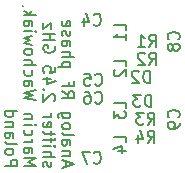
<source format=gbo>
G04 #@! TF.GenerationSoftware,KiCad,Pcbnew,(6.0.9)*
G04 #@! TF.CreationDate,2022-12-03T14:04:53+01:00*
G04 #@! TF.ProjectId,rf_phase_shifter_2_45GHz,72665f70-6861-4736-955f-736869667465,1.0.0*
G04 #@! TF.SameCoordinates,Original*
G04 #@! TF.FileFunction,Legend,Bot*
G04 #@! TF.FilePolarity,Positive*
%FSLAX46Y46*%
G04 Gerber Fmt 4.6, Leading zero omitted, Abs format (unit mm)*
G04 Created by KiCad (PCBNEW (6.0.9)) date 2022-12-03 14:04:53*
%MOMM*%
%LPD*%
G01*
G04 APERTURE LIST*
%ADD10C,0.150000*%
%ADD11R,1.600000X5.000000*%
%ADD12R,5.000000X1.600000*%
G04 APERTURE END LIST*
D10*
X84544333Y-63720023D02*
X84544333Y-63243833D01*
X84258619Y-63815261D02*
X85258619Y-63481928D01*
X84258619Y-63148595D01*
X84925285Y-62815261D02*
X84258619Y-62815261D01*
X84830047Y-62815261D02*
X84877666Y-62767642D01*
X84925285Y-62672404D01*
X84925285Y-62529547D01*
X84877666Y-62434309D01*
X84782428Y-62386690D01*
X84258619Y-62386690D01*
X84258619Y-61481928D02*
X84782428Y-61481928D01*
X84877666Y-61529547D01*
X84925285Y-61624785D01*
X84925285Y-61815261D01*
X84877666Y-61910500D01*
X84306238Y-61481928D02*
X84258619Y-61577166D01*
X84258619Y-61815261D01*
X84306238Y-61910500D01*
X84401476Y-61958119D01*
X84496714Y-61958119D01*
X84591952Y-61910500D01*
X84639571Y-61815261D01*
X84639571Y-61577166D01*
X84687190Y-61481928D01*
X84258619Y-60862880D02*
X84306238Y-60958119D01*
X84401476Y-61005738D01*
X85258619Y-61005738D01*
X84258619Y-60339071D02*
X84306238Y-60434309D01*
X84353857Y-60481928D01*
X84449095Y-60529547D01*
X84734809Y-60529547D01*
X84830047Y-60481928D01*
X84877666Y-60434309D01*
X84925285Y-60339071D01*
X84925285Y-60196214D01*
X84877666Y-60100976D01*
X84830047Y-60053357D01*
X84734809Y-60005738D01*
X84449095Y-60005738D01*
X84353857Y-60053357D01*
X84306238Y-60100976D01*
X84258619Y-60196214D01*
X84258619Y-60339071D01*
X84925285Y-59148595D02*
X84115761Y-59148595D01*
X84020523Y-59196214D01*
X83972904Y-59243833D01*
X83925285Y-59339071D01*
X83925285Y-59481928D01*
X83972904Y-59577166D01*
X84306238Y-59148595D02*
X84258619Y-59243833D01*
X84258619Y-59434309D01*
X84306238Y-59529547D01*
X84353857Y-59577166D01*
X84449095Y-59624785D01*
X84734809Y-59624785D01*
X84830047Y-59577166D01*
X84877666Y-59529547D01*
X84925285Y-59434309D01*
X84925285Y-59243833D01*
X84877666Y-59148595D01*
X84258619Y-57339071D02*
X84734809Y-57672404D01*
X84258619Y-57910500D02*
X85258619Y-57910500D01*
X85258619Y-57529547D01*
X85211000Y-57434309D01*
X85163380Y-57386690D01*
X85068142Y-57339071D01*
X84925285Y-57339071D01*
X84830047Y-57386690D01*
X84782428Y-57434309D01*
X84734809Y-57529547D01*
X84734809Y-57910500D01*
X84782428Y-56577166D02*
X84782428Y-56910500D01*
X84258619Y-56910500D02*
X85258619Y-56910500D01*
X85258619Y-56434309D01*
X84925285Y-55291452D02*
X83925285Y-55291452D01*
X84877666Y-55291452D02*
X84925285Y-55196214D01*
X84925285Y-55005738D01*
X84877666Y-54910500D01*
X84830047Y-54862880D01*
X84734809Y-54815261D01*
X84449095Y-54815261D01*
X84353857Y-54862880D01*
X84306238Y-54910500D01*
X84258619Y-55005738D01*
X84258619Y-55196214D01*
X84306238Y-55291452D01*
X84258619Y-54386690D02*
X85258619Y-54386690D01*
X84258619Y-53958119D02*
X84782428Y-53958119D01*
X84877666Y-54005738D01*
X84925285Y-54100976D01*
X84925285Y-54243833D01*
X84877666Y-54339071D01*
X84830047Y-54386690D01*
X84258619Y-53053357D02*
X84782428Y-53053357D01*
X84877666Y-53100976D01*
X84925285Y-53196214D01*
X84925285Y-53386690D01*
X84877666Y-53481928D01*
X84306238Y-53053357D02*
X84258619Y-53148595D01*
X84258619Y-53386690D01*
X84306238Y-53481928D01*
X84401476Y-53529547D01*
X84496714Y-53529547D01*
X84591952Y-53481928D01*
X84639571Y-53386690D01*
X84639571Y-53148595D01*
X84687190Y-53053357D01*
X84306238Y-52624785D02*
X84258619Y-52529547D01*
X84258619Y-52339071D01*
X84306238Y-52243833D01*
X84401476Y-52196214D01*
X84449095Y-52196214D01*
X84544333Y-52243833D01*
X84591952Y-52339071D01*
X84591952Y-52481928D01*
X84639571Y-52577166D01*
X84734809Y-52624785D01*
X84782428Y-52624785D01*
X84877666Y-52577166D01*
X84925285Y-52481928D01*
X84925285Y-52339071D01*
X84877666Y-52243833D01*
X84306238Y-51386690D02*
X84258619Y-51481928D01*
X84258619Y-51672404D01*
X84306238Y-51767642D01*
X84401476Y-51815261D01*
X84782428Y-51815261D01*
X84877666Y-51767642D01*
X84925285Y-51672404D01*
X84925285Y-51481928D01*
X84877666Y-51386690D01*
X84782428Y-51339071D01*
X84687190Y-51339071D01*
X84591952Y-51815261D01*
X82696238Y-63720023D02*
X82648619Y-63624785D01*
X82648619Y-63434309D01*
X82696238Y-63339071D01*
X82791476Y-63291452D01*
X82839095Y-63291452D01*
X82934333Y-63339071D01*
X82981952Y-63434309D01*
X82981952Y-63577166D01*
X83029571Y-63672404D01*
X83124809Y-63720023D01*
X83172428Y-63720023D01*
X83267666Y-63672404D01*
X83315285Y-63577166D01*
X83315285Y-63434309D01*
X83267666Y-63339071D01*
X82648619Y-62862880D02*
X83648619Y-62862880D01*
X82648619Y-62434309D02*
X83172428Y-62434309D01*
X83267666Y-62481928D01*
X83315285Y-62577166D01*
X83315285Y-62720023D01*
X83267666Y-62815261D01*
X83220047Y-62862880D01*
X82648619Y-61958119D02*
X83315285Y-61958119D01*
X83648619Y-61958119D02*
X83601000Y-62005738D01*
X83553380Y-61958119D01*
X83601000Y-61910500D01*
X83648619Y-61958119D01*
X83553380Y-61958119D01*
X83315285Y-61624785D02*
X83315285Y-61243833D01*
X82648619Y-61481928D02*
X83505761Y-61481928D01*
X83601000Y-61434309D01*
X83648619Y-61339071D01*
X83648619Y-61243833D01*
X83315285Y-61053357D02*
X83315285Y-60672404D01*
X83648619Y-60910500D02*
X82791476Y-60910500D01*
X82696238Y-60862880D01*
X82648619Y-60767642D01*
X82648619Y-60672404D01*
X82696238Y-59958119D02*
X82648619Y-60053357D01*
X82648619Y-60243833D01*
X82696238Y-60339071D01*
X82791476Y-60386690D01*
X83172428Y-60386690D01*
X83267666Y-60339071D01*
X83315285Y-60243833D01*
X83315285Y-60053357D01*
X83267666Y-59958119D01*
X83172428Y-59910500D01*
X83077190Y-59910500D01*
X82981952Y-60386690D01*
X82648619Y-59481928D02*
X83315285Y-59481928D01*
X83124809Y-59481928D02*
X83220047Y-59434309D01*
X83267666Y-59386690D01*
X83315285Y-59291452D01*
X83315285Y-59196214D01*
X83553380Y-58148595D02*
X83601000Y-58100976D01*
X83648619Y-58005738D01*
X83648619Y-57767642D01*
X83601000Y-57672404D01*
X83553380Y-57624785D01*
X83458142Y-57577166D01*
X83362904Y-57577166D01*
X83220047Y-57624785D01*
X82648619Y-58196214D01*
X82648619Y-57577166D01*
X82743857Y-57148595D02*
X82696238Y-57100976D01*
X82648619Y-57148595D01*
X82696238Y-57196214D01*
X82743857Y-57148595D01*
X82648619Y-57148595D01*
X83315285Y-56243833D02*
X82648619Y-56243833D01*
X83696238Y-56481928D02*
X82981952Y-56720023D01*
X82981952Y-56100976D01*
X83648619Y-55243833D02*
X83648619Y-55720023D01*
X83172428Y-55767642D01*
X83220047Y-55720023D01*
X83267666Y-55624785D01*
X83267666Y-55386690D01*
X83220047Y-55291452D01*
X83172428Y-55243833D01*
X83077190Y-55196214D01*
X82839095Y-55196214D01*
X82743857Y-55243833D01*
X82696238Y-55291452D01*
X82648619Y-55386690D01*
X82648619Y-55624785D01*
X82696238Y-55720023D01*
X82743857Y-55767642D01*
X83601000Y-53481928D02*
X83648619Y-53577166D01*
X83648619Y-53720023D01*
X83601000Y-53862880D01*
X83505761Y-53958119D01*
X83410523Y-54005738D01*
X83220047Y-54053357D01*
X83077190Y-54053357D01*
X82886714Y-54005738D01*
X82791476Y-53958119D01*
X82696238Y-53862880D01*
X82648619Y-53720023D01*
X82648619Y-53624785D01*
X82696238Y-53481928D01*
X82743857Y-53434309D01*
X83077190Y-53434309D01*
X83077190Y-53624785D01*
X82648619Y-53005738D02*
X83648619Y-53005738D01*
X83172428Y-53005738D02*
X83172428Y-52434309D01*
X82648619Y-52434309D02*
X83648619Y-52434309D01*
X83315285Y-52053357D02*
X83315285Y-51529547D01*
X82648619Y-52053357D01*
X82648619Y-51529547D01*
X81038619Y-63672404D02*
X82038619Y-63672404D01*
X81324333Y-63339071D01*
X82038619Y-63005738D01*
X81038619Y-63005738D01*
X81038619Y-62100976D02*
X81562428Y-62100976D01*
X81657666Y-62148595D01*
X81705285Y-62243833D01*
X81705285Y-62434309D01*
X81657666Y-62529547D01*
X81086238Y-62100976D02*
X81038619Y-62196214D01*
X81038619Y-62434309D01*
X81086238Y-62529547D01*
X81181476Y-62577166D01*
X81276714Y-62577166D01*
X81371952Y-62529547D01*
X81419571Y-62434309D01*
X81419571Y-62196214D01*
X81467190Y-62100976D01*
X81038619Y-61624785D02*
X81705285Y-61624785D01*
X81514809Y-61624785D02*
X81610047Y-61577166D01*
X81657666Y-61529547D01*
X81705285Y-61434309D01*
X81705285Y-61339071D01*
X81086238Y-60577166D02*
X81038619Y-60672404D01*
X81038619Y-60862880D01*
X81086238Y-60958119D01*
X81133857Y-61005738D01*
X81229095Y-61053357D01*
X81514809Y-61053357D01*
X81610047Y-61005738D01*
X81657666Y-60958119D01*
X81705285Y-60862880D01*
X81705285Y-60672404D01*
X81657666Y-60577166D01*
X81038619Y-60148595D02*
X81705285Y-60148595D01*
X82038619Y-60148595D02*
X81991000Y-60196214D01*
X81943380Y-60148595D01*
X81991000Y-60100976D01*
X82038619Y-60148595D01*
X81943380Y-60148595D01*
X81705285Y-59672404D02*
X81038619Y-59672404D01*
X81610047Y-59672404D02*
X81657666Y-59624785D01*
X81705285Y-59529547D01*
X81705285Y-59386690D01*
X81657666Y-59291452D01*
X81562428Y-59243833D01*
X81038619Y-59243833D01*
X82038619Y-58100976D02*
X81038619Y-57862880D01*
X81752904Y-57672404D01*
X81038619Y-57481928D01*
X82038619Y-57243833D01*
X81038619Y-56434309D02*
X81562428Y-56434309D01*
X81657666Y-56481928D01*
X81705285Y-56577166D01*
X81705285Y-56767642D01*
X81657666Y-56862880D01*
X81086238Y-56434309D02*
X81038619Y-56529547D01*
X81038619Y-56767642D01*
X81086238Y-56862880D01*
X81181476Y-56910500D01*
X81276714Y-56910500D01*
X81371952Y-56862880D01*
X81419571Y-56767642D01*
X81419571Y-56529547D01*
X81467190Y-56434309D01*
X81086238Y-55529547D02*
X81038619Y-55624785D01*
X81038619Y-55815261D01*
X81086238Y-55910500D01*
X81133857Y-55958119D01*
X81229095Y-56005738D01*
X81514809Y-56005738D01*
X81610047Y-55958119D01*
X81657666Y-55910500D01*
X81705285Y-55815261D01*
X81705285Y-55624785D01*
X81657666Y-55529547D01*
X81038619Y-55100976D02*
X82038619Y-55100976D01*
X81038619Y-54672404D02*
X81562428Y-54672404D01*
X81657666Y-54720023D01*
X81705285Y-54815261D01*
X81705285Y-54958119D01*
X81657666Y-55053357D01*
X81610047Y-55100976D01*
X81038619Y-54053357D02*
X81086238Y-54148595D01*
X81133857Y-54196214D01*
X81229095Y-54243833D01*
X81514809Y-54243833D01*
X81610047Y-54196214D01*
X81657666Y-54148595D01*
X81705285Y-54053357D01*
X81705285Y-53910500D01*
X81657666Y-53815261D01*
X81610047Y-53767642D01*
X81514809Y-53720023D01*
X81229095Y-53720023D01*
X81133857Y-53767642D01*
X81086238Y-53815261D01*
X81038619Y-53910500D01*
X81038619Y-54053357D01*
X81705285Y-53386690D02*
X81038619Y-53196214D01*
X81514809Y-53005738D01*
X81038619Y-52815261D01*
X81705285Y-52624785D01*
X81038619Y-52243833D02*
X81705285Y-52243833D01*
X82038619Y-52243833D02*
X81991000Y-52291452D01*
X81943380Y-52243833D01*
X81991000Y-52196214D01*
X82038619Y-52243833D01*
X81943380Y-52243833D01*
X81038619Y-51339071D02*
X81562428Y-51339071D01*
X81657666Y-51386690D01*
X81705285Y-51481928D01*
X81705285Y-51672404D01*
X81657666Y-51767642D01*
X81086238Y-51339071D02*
X81038619Y-51434309D01*
X81038619Y-51672404D01*
X81086238Y-51767642D01*
X81181476Y-51815261D01*
X81276714Y-51815261D01*
X81371952Y-51767642D01*
X81419571Y-51672404D01*
X81419571Y-51434309D01*
X81467190Y-51339071D01*
X81038619Y-50862880D02*
X82038619Y-50862880D01*
X81419571Y-50767642D02*
X81038619Y-50481928D01*
X81705285Y-50481928D02*
X81324333Y-50862880D01*
X81086238Y-50005738D02*
X81038619Y-50005738D01*
X80943380Y-50053357D01*
X80895761Y-50100976D01*
X79428619Y-63672404D02*
X80428619Y-63672404D01*
X80428619Y-63291452D01*
X80381000Y-63196214D01*
X80333380Y-63148595D01*
X80238142Y-63100976D01*
X80095285Y-63100976D01*
X80000047Y-63148595D01*
X79952428Y-63196214D01*
X79904809Y-63291452D01*
X79904809Y-63672404D01*
X79428619Y-62529547D02*
X79476238Y-62624785D01*
X79523857Y-62672404D01*
X79619095Y-62720023D01*
X79904809Y-62720023D01*
X80000047Y-62672404D01*
X80047666Y-62624785D01*
X80095285Y-62529547D01*
X80095285Y-62386690D01*
X80047666Y-62291452D01*
X80000047Y-62243833D01*
X79904809Y-62196214D01*
X79619095Y-62196214D01*
X79523857Y-62243833D01*
X79476238Y-62291452D01*
X79428619Y-62386690D01*
X79428619Y-62529547D01*
X79428619Y-61624785D02*
X79476238Y-61720023D01*
X79571476Y-61767642D01*
X80428619Y-61767642D01*
X79428619Y-60815261D02*
X79952428Y-60815261D01*
X80047666Y-60862880D01*
X80095285Y-60958119D01*
X80095285Y-61148595D01*
X80047666Y-61243833D01*
X79476238Y-60815261D02*
X79428619Y-60910500D01*
X79428619Y-61148595D01*
X79476238Y-61243833D01*
X79571476Y-61291452D01*
X79666714Y-61291452D01*
X79761952Y-61243833D01*
X79809571Y-61148595D01*
X79809571Y-60910500D01*
X79857190Y-60815261D01*
X80095285Y-60339071D02*
X79428619Y-60339071D01*
X80000047Y-60339071D02*
X80047666Y-60291452D01*
X80095285Y-60196214D01*
X80095285Y-60053357D01*
X80047666Y-59958119D01*
X79952428Y-59910500D01*
X79428619Y-59910500D01*
X79428619Y-59005738D02*
X80428619Y-59005738D01*
X79476238Y-59005738D02*
X79428619Y-59100976D01*
X79428619Y-59291452D01*
X79476238Y-59386690D01*
X79523857Y-59434309D01*
X79619095Y-59481928D01*
X79904809Y-59481928D01*
X80000047Y-59434309D01*
X80047666Y-59386690D01*
X80095285Y-59291452D01*
X80095285Y-59100976D01*
X80047666Y-59005738D01*
X91670095Y-56586380D02*
X91670095Y-55586380D01*
X91432000Y-55586380D01*
X91289142Y-55634000D01*
X91193904Y-55729238D01*
X91146285Y-55824476D01*
X91098666Y-56014952D01*
X91098666Y-56157809D01*
X91146285Y-56348285D01*
X91193904Y-56443523D01*
X91289142Y-56538761D01*
X91432000Y-56586380D01*
X91670095Y-56586380D01*
X90717714Y-55681619D02*
X90670095Y-55634000D01*
X90574857Y-55586380D01*
X90336761Y-55586380D01*
X90241523Y-55634000D01*
X90193904Y-55681619D01*
X90146285Y-55776857D01*
X90146285Y-55872095D01*
X90193904Y-56014952D01*
X90765333Y-56586380D01*
X90146285Y-56586380D01*
X87034666Y-58269142D02*
X87082285Y-58316761D01*
X87225142Y-58364380D01*
X87320380Y-58364380D01*
X87463238Y-58316761D01*
X87558476Y-58221523D01*
X87606095Y-58126285D01*
X87653714Y-57935809D01*
X87653714Y-57792952D01*
X87606095Y-57602476D01*
X87558476Y-57507238D01*
X87463238Y-57412000D01*
X87320380Y-57364380D01*
X87225142Y-57364380D01*
X87082285Y-57412000D01*
X87034666Y-57459619D01*
X86177523Y-57364380D02*
X86368000Y-57364380D01*
X86463238Y-57412000D01*
X86510857Y-57459619D01*
X86606095Y-57602476D01*
X86653714Y-57792952D01*
X86653714Y-58173904D01*
X86606095Y-58269142D01*
X86558476Y-58316761D01*
X86463238Y-58364380D01*
X86272761Y-58364380D01*
X86177523Y-58316761D01*
X86129904Y-58269142D01*
X86082285Y-58173904D01*
X86082285Y-57935809D01*
X86129904Y-57840571D01*
X86177523Y-57792952D01*
X86272761Y-57745333D01*
X86463238Y-57745333D01*
X86558476Y-57792952D01*
X86606095Y-57840571D01*
X86653714Y-57935809D01*
X86907666Y-51665142D02*
X86955285Y-51712761D01*
X87098142Y-51760380D01*
X87193380Y-51760380D01*
X87336238Y-51712761D01*
X87431476Y-51617523D01*
X87479095Y-51522285D01*
X87526714Y-51331809D01*
X87526714Y-51188952D01*
X87479095Y-50998476D01*
X87431476Y-50903238D01*
X87336238Y-50808000D01*
X87193380Y-50760380D01*
X87098142Y-50760380D01*
X86955285Y-50808000D01*
X86907666Y-50855619D01*
X86050523Y-51093714D02*
X86050523Y-51760380D01*
X86288619Y-50712761D02*
X86526714Y-51427047D01*
X85907666Y-51427047D01*
X86907666Y-63349142D02*
X86955285Y-63396761D01*
X87098142Y-63444380D01*
X87193380Y-63444380D01*
X87336238Y-63396761D01*
X87431476Y-63301523D01*
X87479095Y-63206285D01*
X87526714Y-63015809D01*
X87526714Y-62872952D01*
X87479095Y-62682476D01*
X87431476Y-62587238D01*
X87336238Y-62492000D01*
X87193380Y-62444380D01*
X87098142Y-62444380D01*
X86955285Y-62492000D01*
X86907666Y-62539619D01*
X86574333Y-62444380D02*
X85907666Y-62444380D01*
X86336238Y-63444380D01*
X91479666Y-60142380D02*
X91813000Y-59666190D01*
X92051095Y-60142380D02*
X92051095Y-59142380D01*
X91670142Y-59142380D01*
X91574904Y-59190000D01*
X91527285Y-59237619D01*
X91479666Y-59332857D01*
X91479666Y-59475714D01*
X91527285Y-59570952D01*
X91574904Y-59618571D01*
X91670142Y-59666190D01*
X92051095Y-59666190D01*
X91146333Y-59142380D02*
X90527285Y-59142380D01*
X90860619Y-59523333D01*
X90717761Y-59523333D01*
X90622523Y-59570952D01*
X90574904Y-59618571D01*
X90527285Y-59713809D01*
X90527285Y-59951904D01*
X90574904Y-60047142D01*
X90622523Y-60094761D01*
X90717761Y-60142380D01*
X91003476Y-60142380D01*
X91098714Y-60094761D01*
X91146333Y-60047142D01*
X91606666Y-53538380D02*
X91940000Y-53062190D01*
X92178095Y-53538380D02*
X92178095Y-52538380D01*
X91797142Y-52538380D01*
X91701904Y-52586000D01*
X91654285Y-52633619D01*
X91606666Y-52728857D01*
X91606666Y-52871714D01*
X91654285Y-52966952D01*
X91701904Y-53014571D01*
X91797142Y-53062190D01*
X92178095Y-53062190D01*
X90654285Y-53538380D02*
X91225714Y-53538380D01*
X90940000Y-53538380D02*
X90940000Y-52538380D01*
X91035238Y-52681238D01*
X91130476Y-52776476D01*
X91225714Y-52824095D01*
X89606380Y-61646554D02*
X89606380Y-61170363D01*
X88606380Y-61170363D01*
X88939714Y-62408459D02*
X89606380Y-62408459D01*
X88558761Y-62170363D02*
X89273047Y-61932268D01*
X89273047Y-62551316D01*
X87034666Y-56745142D02*
X87082285Y-56792761D01*
X87225142Y-56840380D01*
X87320380Y-56840380D01*
X87463238Y-56792761D01*
X87558476Y-56697523D01*
X87606095Y-56602285D01*
X87653714Y-56411809D01*
X87653714Y-56268952D01*
X87606095Y-56078476D01*
X87558476Y-55983238D01*
X87463238Y-55888000D01*
X87320380Y-55840380D01*
X87225142Y-55840380D01*
X87082285Y-55888000D01*
X87034666Y-55935619D01*
X86129904Y-55840380D02*
X86606095Y-55840380D01*
X86653714Y-56316571D01*
X86606095Y-56268952D01*
X86510857Y-56221333D01*
X86272761Y-56221333D01*
X86177523Y-56268952D01*
X86129904Y-56316571D01*
X86082285Y-56411809D01*
X86082285Y-56649904D01*
X86129904Y-56745142D01*
X86177523Y-56792761D01*
X86272761Y-56840380D01*
X86510857Y-56840380D01*
X86606095Y-56792761D01*
X86653714Y-56745142D01*
X94083142Y-52919333D02*
X94130761Y-52871714D01*
X94178380Y-52728857D01*
X94178380Y-52633619D01*
X94130761Y-52490761D01*
X94035523Y-52395523D01*
X93940285Y-52347904D01*
X93749809Y-52300285D01*
X93606952Y-52300285D01*
X93416476Y-52347904D01*
X93321238Y-52395523D01*
X93226000Y-52490761D01*
X93178380Y-52633619D01*
X93178380Y-52728857D01*
X93226000Y-52871714D01*
X93273619Y-52919333D01*
X93606952Y-53490761D02*
X93559333Y-53395523D01*
X93511714Y-53347904D01*
X93416476Y-53300285D01*
X93368857Y-53300285D01*
X93273619Y-53347904D01*
X93226000Y-53395523D01*
X93178380Y-53490761D01*
X93178380Y-53681238D01*
X93226000Y-53776476D01*
X93273619Y-53824095D01*
X93368857Y-53871714D01*
X93416476Y-53871714D01*
X93511714Y-53824095D01*
X93559333Y-53776476D01*
X93606952Y-53681238D01*
X93606952Y-53490761D01*
X93654571Y-53395523D01*
X93702190Y-53347904D01*
X93797428Y-53300285D01*
X93987904Y-53300285D01*
X94083142Y-53347904D01*
X94130761Y-53395523D01*
X94178380Y-53490761D01*
X94178380Y-53681238D01*
X94130761Y-53776476D01*
X94083142Y-53824095D01*
X93987904Y-53871714D01*
X93797428Y-53871714D01*
X93702190Y-53824095D01*
X93654571Y-53776476D01*
X93606952Y-53681238D01*
X91797095Y-58618380D02*
X91797095Y-57618380D01*
X91559000Y-57618380D01*
X91416142Y-57666000D01*
X91320904Y-57761238D01*
X91273285Y-57856476D01*
X91225666Y-58046952D01*
X91225666Y-58189809D01*
X91273285Y-58380285D01*
X91320904Y-58475523D01*
X91416142Y-58570761D01*
X91559000Y-58618380D01*
X91797095Y-58618380D01*
X90892333Y-57618380D02*
X90273285Y-57618380D01*
X90606619Y-57999333D01*
X90463761Y-57999333D01*
X90368523Y-58046952D01*
X90320904Y-58094571D01*
X90273285Y-58189809D01*
X90273285Y-58427904D01*
X90320904Y-58523142D01*
X90368523Y-58570761D01*
X90463761Y-58618380D01*
X90749476Y-58618380D01*
X90844714Y-58570761D01*
X90892333Y-58523142D01*
X89606380Y-58761333D02*
X89606380Y-58285142D01*
X88606380Y-58285142D01*
X88606380Y-58999428D02*
X88606380Y-59618476D01*
X88987333Y-59285142D01*
X88987333Y-59428000D01*
X89034952Y-59523238D01*
X89082571Y-59570857D01*
X89177809Y-59618476D01*
X89415904Y-59618476D01*
X89511142Y-59570857D01*
X89558761Y-59523238D01*
X89606380Y-59428000D01*
X89606380Y-59142285D01*
X89558761Y-59047047D01*
X89511142Y-58999428D01*
X89606380Y-55205333D02*
X89606380Y-54729142D01*
X88606380Y-54729142D01*
X88701619Y-55491047D02*
X88654000Y-55538666D01*
X88606380Y-55633904D01*
X88606380Y-55872000D01*
X88654000Y-55967238D01*
X88701619Y-56014857D01*
X88796857Y-56062476D01*
X88892095Y-56062476D01*
X89034952Y-56014857D01*
X89606380Y-55443428D01*
X89606380Y-56062476D01*
X91606666Y-55062380D02*
X91940000Y-54586190D01*
X92178095Y-55062380D02*
X92178095Y-54062380D01*
X91797142Y-54062380D01*
X91701904Y-54110000D01*
X91654285Y-54157619D01*
X91606666Y-54252857D01*
X91606666Y-54395714D01*
X91654285Y-54490952D01*
X91701904Y-54538571D01*
X91797142Y-54586190D01*
X92178095Y-54586190D01*
X91225714Y-54157619D02*
X91178095Y-54110000D01*
X91082857Y-54062380D01*
X90844761Y-54062380D01*
X90749523Y-54110000D01*
X90701904Y-54157619D01*
X90654285Y-54252857D01*
X90654285Y-54348095D01*
X90701904Y-54490952D01*
X91273333Y-55062380D01*
X90654285Y-55062380D01*
X89606380Y-52157333D02*
X89606380Y-51681142D01*
X88606380Y-51681142D01*
X89606380Y-53014476D02*
X89606380Y-52443047D01*
X89606380Y-52728761D02*
X88606380Y-52728761D01*
X88749238Y-52633523D01*
X88844476Y-52538285D01*
X88892095Y-52443047D01*
X94083142Y-59523333D02*
X94130761Y-59475714D01*
X94178380Y-59332857D01*
X94178380Y-59237619D01*
X94130761Y-59094761D01*
X94035523Y-58999523D01*
X93940285Y-58951904D01*
X93749809Y-58904285D01*
X93606952Y-58904285D01*
X93416476Y-58951904D01*
X93321238Y-58999523D01*
X93226000Y-59094761D01*
X93178380Y-59237619D01*
X93178380Y-59332857D01*
X93226000Y-59475714D01*
X93273619Y-59523333D01*
X94178380Y-59999523D02*
X94178380Y-60190000D01*
X94130761Y-60285238D01*
X94083142Y-60332857D01*
X93940285Y-60428095D01*
X93749809Y-60475714D01*
X93368857Y-60475714D01*
X93273619Y-60428095D01*
X93226000Y-60380476D01*
X93178380Y-60285238D01*
X93178380Y-60094761D01*
X93226000Y-59999523D01*
X93273619Y-59951904D01*
X93368857Y-59904285D01*
X93606952Y-59904285D01*
X93702190Y-59951904D01*
X93749809Y-59999523D01*
X93797428Y-60094761D01*
X93797428Y-60285238D01*
X93749809Y-60380476D01*
X93702190Y-60428095D01*
X93606952Y-60475714D01*
X91479666Y-61666380D02*
X91813000Y-61190190D01*
X92051095Y-61666380D02*
X92051095Y-60666380D01*
X91670142Y-60666380D01*
X91574904Y-60714000D01*
X91527285Y-60761619D01*
X91479666Y-60856857D01*
X91479666Y-60999714D01*
X91527285Y-61094952D01*
X91574904Y-61142571D01*
X91670142Y-61190190D01*
X92051095Y-61190190D01*
X90622523Y-60999714D02*
X90622523Y-61666380D01*
X90860619Y-60618761D02*
X91098714Y-61333047D01*
X90479666Y-61333047D01*
%LPC*%
D11*
X81685000Y-66654000D03*
X87225000Y-66654000D03*
X87225000Y-47646000D03*
X81685000Y-47646000D03*
D12*
X76602000Y-59920000D03*
X76602000Y-54380000D03*
M02*

</source>
